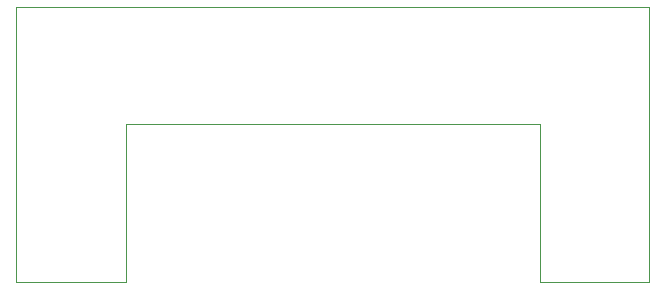
<source format=gbr>
%TF.GenerationSoftware,KiCad,Pcbnew,7.0.5-0*%
%TF.CreationDate,2023-06-14T11:28:47-06:00*%
%TF.ProjectId,Breadboard Power Supply,42726561-6462-46f6-9172-6420506f7765,v9*%
%TF.SameCoordinates,Original*%
%TF.FileFunction,Profile,NP*%
%FSLAX46Y46*%
G04 Gerber Fmt 4.6, Leading zero omitted, Abs format (unit mm)*
G04 Created by KiCad (PCBNEW 7.0.5-0) date 2023-06-14 11:28:47*
%MOMM*%
%LPD*%
G01*
G04 APERTURE LIST*
%TA.AperFunction,Profile*%
%ADD10C,0.100000*%
%TD*%
G04 APERTURE END LIST*
D10*
X101473000Y-98425000D02*
X110744000Y-98425000D01*
X101473000Y-75184000D02*
X101473000Y-98425000D01*
X145796000Y-98425000D02*
X155067000Y-98425000D01*
X110744000Y-98425000D02*
X110744000Y-85090000D01*
X145796000Y-85090000D02*
X145796000Y-98425000D01*
X101473000Y-75184000D02*
X155067000Y-75184000D01*
X110744000Y-85090000D02*
X145796000Y-85090000D01*
X155067000Y-98425000D02*
X155067000Y-75184000D01*
M02*

</source>
